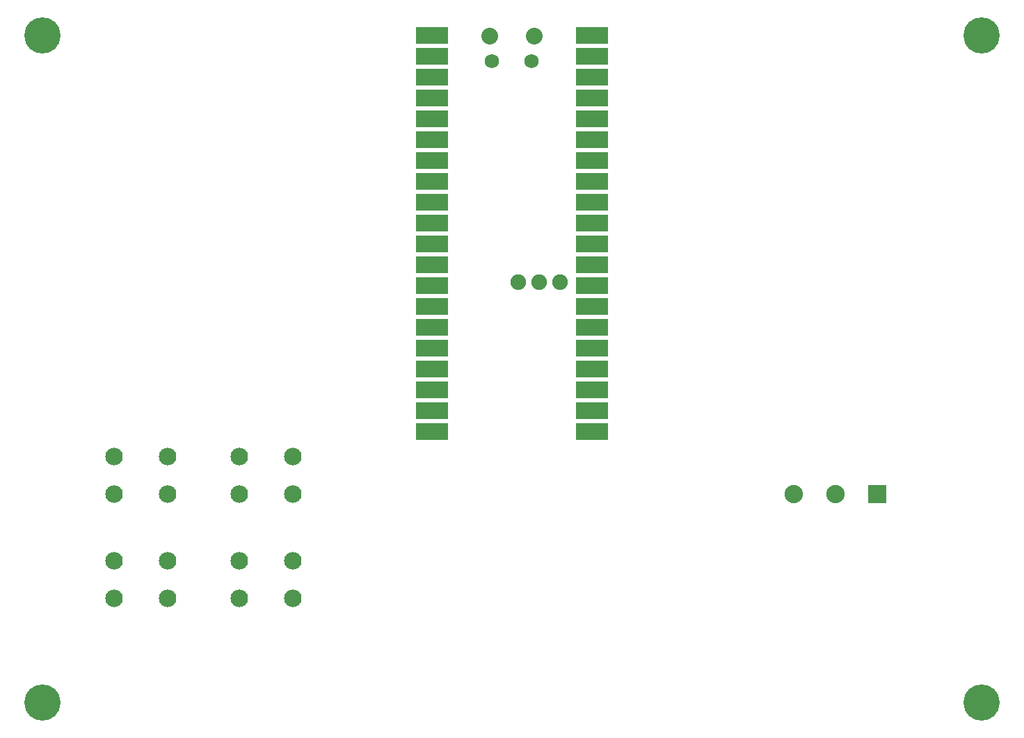
<source format=gts>
G04 MADE WITH FRITZING*
G04 WWW.FRITZING.ORG*
G04 DOUBLE SIDED*
G04 HOLES PLATED*
G04 CONTOUR ON CENTER OF CONTOUR VECTOR*
%ASAXBY*%
%FSLAX23Y23*%
%MOIN*%
%OFA0B0*%
%SFA1.0B1.0*%
%ADD10C,0.173386*%
%ADD11C,0.068000*%
%ADD12C,0.080000*%
%ADD13C,0.074944*%
%ADD14C,0.088000*%
%ADD15C,0.084000*%
%ADD16R,0.153667X0.080200*%
%ADD17R,0.154000X0.080200*%
%ADD18R,0.088000X0.088000*%
%LNMASK1*%
G90*
G70*
G54D10*
X4714Y159D03*
X4714Y3359D03*
X214Y159D03*
X214Y3359D03*
G54D11*
X2558Y3234D03*
X2368Y3234D03*
G54D12*
X2356Y3353D03*
X2571Y3353D03*
G54D13*
X2114Y3359D03*
X2114Y3259D03*
X2114Y3159D03*
X2114Y3059D03*
X2114Y2959D03*
X2114Y2859D03*
X2114Y2759D03*
X2114Y2659D03*
X2114Y2559D03*
X2114Y2459D03*
X2114Y2359D03*
X2114Y2259D03*
X2114Y2159D03*
X2114Y2059D03*
X2114Y1959D03*
X2114Y1859D03*
X2114Y1759D03*
X2114Y1659D03*
X2114Y1559D03*
X2114Y1459D03*
X2813Y1459D03*
X2813Y1559D03*
X2813Y1659D03*
X2813Y1759D03*
X2813Y1859D03*
X2813Y1959D03*
X2813Y2059D03*
X2813Y2159D03*
X2813Y2259D03*
X2813Y2359D03*
X2813Y2459D03*
X2813Y2559D03*
X2813Y2659D03*
X2813Y2759D03*
X2813Y2859D03*
X2813Y2959D03*
X2813Y3059D03*
X2813Y3159D03*
X2813Y3259D03*
X2813Y3359D03*
X2493Y2176D03*
X2593Y2176D03*
X2693Y2176D03*
G54D14*
X4214Y1159D03*
X4014Y1159D03*
X3814Y1159D03*
G54D15*
X558Y837D03*
X814Y837D03*
X558Y659D03*
X814Y659D03*
X558Y837D03*
X814Y837D03*
X558Y659D03*
X814Y659D03*
X1158Y837D03*
X1414Y837D03*
X1158Y659D03*
X1414Y659D03*
X1158Y837D03*
X1414Y837D03*
X1158Y659D03*
X1414Y659D03*
X1158Y1337D03*
X1414Y1337D03*
X1158Y1159D03*
X1414Y1159D03*
X1158Y1337D03*
X1414Y1337D03*
X1158Y1159D03*
X1414Y1159D03*
X558Y1337D03*
X814Y1337D03*
X558Y1159D03*
X814Y1159D03*
X558Y1337D03*
X814Y1337D03*
X558Y1159D03*
X814Y1159D03*
G54D16*
X2081Y3359D03*
G54D17*
X2081Y3259D03*
X2081Y3159D03*
X2081Y3059D03*
X2081Y2959D03*
X2081Y2859D03*
X2081Y2759D03*
X2081Y2659D03*
X2081Y2559D03*
X2081Y2459D03*
X2081Y2359D03*
X2081Y2259D03*
X2081Y2159D03*
X2081Y2059D03*
X2081Y1959D03*
X2081Y1859D03*
X2081Y1759D03*
X2081Y1659D03*
X2081Y1559D03*
X2081Y1459D03*
X2846Y1459D03*
X2846Y1559D03*
X2846Y1659D03*
X2846Y1759D03*
X2846Y1859D03*
X2846Y1959D03*
X2846Y2059D03*
X2846Y2159D03*
X2846Y2259D03*
X2846Y2359D03*
X2846Y2459D03*
X2846Y2559D03*
X2846Y2659D03*
X2846Y2759D03*
X2846Y2859D03*
X2846Y2959D03*
X2846Y3059D03*
X2846Y3159D03*
X2846Y3259D03*
X2846Y3359D03*
G54D18*
X4214Y1159D03*
G04 End of Mask1*
M02*
</source>
